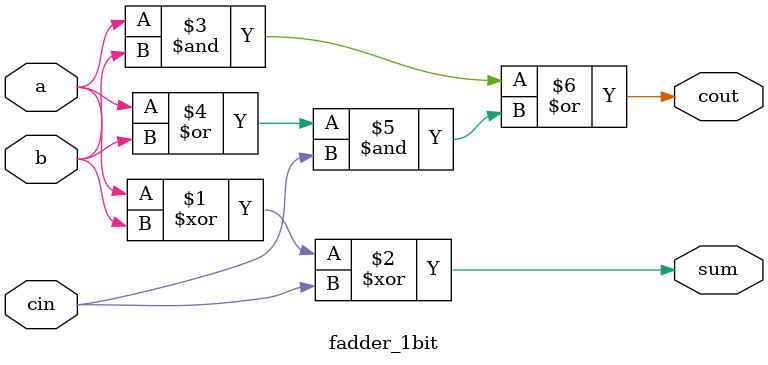
<source format=v>
`ifndef FADDER_1BIT
`define FADDER_1BIT
    module fadder_1bit(
        output sum,
        output cout,
        input a,
        input b,
        input cin);

        assign sum = a ^ b ^ cin;
        assign cout = a&b | (a|b)&cin;

    endmodule
`endif
</source>
